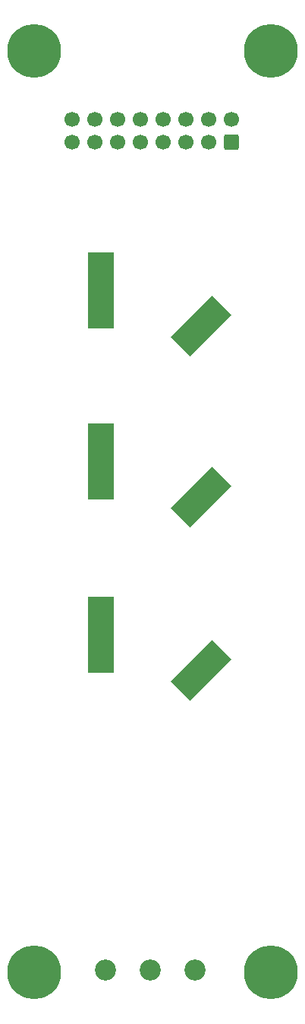
<source format=gbr>
%TF.GenerationSoftware,KiCad,Pcbnew,(6.0.0-0)*%
%TF.CreationDate,2022-11-10T22:51:00-05:00*%
%TF.ProjectId,VCA,5643412e-6b69-4636-9164-5f7063625858,rev?*%
%TF.SameCoordinates,Original*%
%TF.FileFunction,Soldermask,Top*%
%TF.FilePolarity,Negative*%
%FSLAX46Y46*%
G04 Gerber Fmt 4.6, Leading zero omitted, Abs format (unit mm)*
G04 Created by KiCad (PCBNEW (6.0.0-0)) date 2022-11-10 22:51:00*
%MOMM*%
%LPD*%
G01*
G04 APERTURE LIST*
G04 Aperture macros list*
%AMRoundRect*
0 Rectangle with rounded corners*
0 $1 Rounding radius*
0 $2 $3 $4 $5 $6 $7 $8 $9 X,Y pos of 4 corners*
0 Add a 4 corners polygon primitive as box body*
4,1,4,$2,$3,$4,$5,$6,$7,$8,$9,$2,$3,0*
0 Add four circle primitives for the rounded corners*
1,1,$1+$1,$2,$3*
1,1,$1+$1,$4,$5*
1,1,$1+$1,$6,$7*
1,1,$1+$1,$8,$9*
0 Add four rect primitives between the rounded corners*
20,1,$1+$1,$2,$3,$4,$5,0*
20,1,$1+$1,$4,$5,$6,$7,0*
20,1,$1+$1,$6,$7,$8,$9,0*
20,1,$1+$1,$8,$9,$2,$3,0*%
%AMRotRect*
0 Rectangle, with rotation*
0 The origin of the aperture is its center*
0 $1 length*
0 $2 width*
0 $3 Rotation angle, in degrees counterclockwise*
0 Add horizontal line*
21,1,$1,$2,0,0,$3*%
G04 Aperture macros list end*
%ADD10C,2.340000*%
%ADD11C,0.800000*%
%ADD12C,6.000000*%
%ADD13R,3.000000X8.500000*%
%ADD14RotRect,3.000000X6.500000X315.000000*%
%ADD15RoundRect,0.250000X0.600000X-0.600000X0.600000X0.600000X-0.600000X0.600000X-0.600000X-0.600000X0*%
%ADD16C,1.700000*%
G04 APERTURE END LIST*
D10*
%TO.C,RV1*%
X127174000Y-143256000D03*
X122174000Y-143256000D03*
X117174000Y-143256000D03*
%TD*%
D11*
%TO.C,REF\u002A\u002A*%
X135636000Y-38644000D03*
X133386000Y-40894000D03*
X134045010Y-42484990D03*
X137226990Y-42484990D03*
X134045010Y-39303010D03*
X137226990Y-39303010D03*
X135636000Y-43144000D03*
X137886000Y-40894000D03*
D12*
X135636000Y-40894000D03*
%TD*%
D11*
%TO.C,REF\u002A\u002A*%
X135636000Y-145760000D03*
X137226990Y-145100990D03*
X137886000Y-143510000D03*
X134045010Y-141919010D03*
X137226990Y-141919010D03*
X133386000Y-143510000D03*
X134045010Y-145100990D03*
X135636000Y-141260000D03*
D12*
X135636000Y-143510000D03*
%TD*%
D11*
%TO.C,REF\u002A\u002A*%
X106970000Y-143510000D03*
X109220000Y-145760000D03*
D12*
X109220000Y-143510000D03*
D11*
X109220000Y-141260000D03*
X110810990Y-141919010D03*
X107629010Y-145100990D03*
X107629010Y-141919010D03*
X110810990Y-145100990D03*
X111470000Y-143510000D03*
%TD*%
D13*
%TO.C,J4*%
X116676000Y-105889000D03*
D14*
X127886000Y-109871000D03*
%TD*%
D11*
%TO.C,REF\u002A\u002A*%
X106970000Y-40894000D03*
X109220000Y-43144000D03*
D12*
X109220000Y-40894000D03*
D11*
X111470000Y-40894000D03*
X107629010Y-39303010D03*
X110810990Y-42484990D03*
X110810990Y-39303010D03*
X107629010Y-42484990D03*
X109220000Y-38644000D03*
%TD*%
D13*
%TO.C,J3*%
X116676000Y-67535000D03*
D14*
X127886000Y-71517000D03*
%TD*%
D13*
%TO.C,J2*%
X116676000Y-86585000D03*
D14*
X127886000Y-90567000D03*
%TD*%
D15*
%TO.C,J1*%
X131191000Y-51044500D03*
D16*
X131191000Y-48504500D03*
X128651000Y-51044500D03*
X128651000Y-48504500D03*
X126111000Y-51044500D03*
X126111000Y-48504500D03*
X123571000Y-51044500D03*
X123571000Y-48504500D03*
X121031000Y-51044500D03*
X121031000Y-48504500D03*
X118491000Y-51044500D03*
X118491000Y-48504500D03*
X115951000Y-51044500D03*
X115951000Y-48504500D03*
X113411000Y-51044500D03*
X113411000Y-48504500D03*
%TD*%
M02*

</source>
